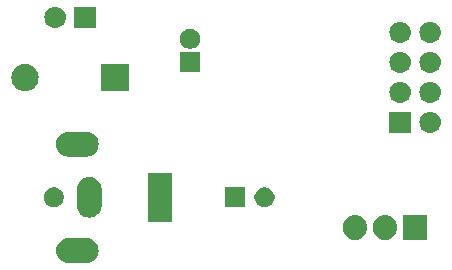
<source format=gbs>
G04 #@! TF.GenerationSoftware,KiCad,Pcbnew,5.0.2-bee76a0~70~ubuntu18.04.1*
G04 #@! TF.CreationDate,2019-03-13T17:32:59-07:00*
G04 #@! TF.ProjectId,shellbell,7368656c-6c62-4656-9c6c-2e6b69636164,rev?*
G04 #@! TF.SameCoordinates,Original*
G04 #@! TF.FileFunction,Soldermask,Bot*
G04 #@! TF.FilePolarity,Negative*
%FSLAX46Y46*%
G04 Gerber Fmt 4.6, Leading zero omitted, Abs format (unit mm)*
G04 Created by KiCad (PCBNEW 5.0.2-bee76a0~70~ubuntu18.04.1) date Wed 13 Mar 2019 05:32:59 PM PDT*
%MOMM*%
%LPD*%
G01*
G04 APERTURE LIST*
%ADD10C,0.100000*%
G04 APERTURE END LIST*
D10*
G36*
X144962510Y-88542041D02*
X145086032Y-88554207D01*
X145284146Y-88614305D01*
X145466729Y-88711897D01*
X145626765Y-88843235D01*
X145758103Y-89003271D01*
X145855695Y-89185854D01*
X145915793Y-89383968D01*
X145936085Y-89590000D01*
X145915793Y-89796032D01*
X145855695Y-89994146D01*
X145758103Y-90176729D01*
X145626765Y-90336765D01*
X145466729Y-90468103D01*
X145284146Y-90565695D01*
X145086032Y-90625793D01*
X144962510Y-90637959D01*
X144931631Y-90641000D01*
X143328369Y-90641000D01*
X143297490Y-90637959D01*
X143173968Y-90625793D01*
X142975854Y-90565695D01*
X142793271Y-90468103D01*
X142633235Y-90336765D01*
X142501897Y-90176729D01*
X142404305Y-89994146D01*
X142344207Y-89796032D01*
X142323915Y-89590000D01*
X142344207Y-89383968D01*
X142404305Y-89185854D01*
X142501897Y-89003271D01*
X142633235Y-88843235D01*
X142793271Y-88711897D01*
X142975854Y-88614305D01*
X143173968Y-88554207D01*
X143297490Y-88542041D01*
X143328369Y-88539000D01*
X144931631Y-88539000D01*
X144962510Y-88542041D01*
X144962510Y-88542041D01*
G37*
G36*
X167836720Y-86593520D02*
X168025881Y-86650901D01*
X168200212Y-86744083D01*
X168353015Y-86869485D01*
X168478417Y-87022288D01*
X168571599Y-87196620D01*
X168628980Y-87385781D01*
X168643500Y-87533207D01*
X168643500Y-87726794D01*
X168628980Y-87874220D01*
X168571599Y-88063381D01*
X168478417Y-88237712D01*
X168353015Y-88390515D01*
X168200212Y-88515917D01*
X168025880Y-88609099D01*
X167836719Y-88666480D01*
X167640000Y-88685855D01*
X167443280Y-88666480D01*
X167254119Y-88609099D01*
X167079788Y-88515917D01*
X166926985Y-88390515D01*
X166801583Y-88237712D01*
X166708401Y-88063380D01*
X166651020Y-87874219D01*
X166636500Y-87726793D01*
X166636500Y-87533206D01*
X166651020Y-87385780D01*
X166708401Y-87196619D01*
X166801583Y-87022288D01*
X166926985Y-86869485D01*
X167079788Y-86744083D01*
X167254120Y-86650901D01*
X167443281Y-86593520D01*
X167640000Y-86574145D01*
X167836720Y-86593520D01*
X167836720Y-86593520D01*
G37*
G36*
X170376720Y-86593520D02*
X170565881Y-86650901D01*
X170740212Y-86744083D01*
X170893015Y-86869485D01*
X171018417Y-87022288D01*
X171111599Y-87196620D01*
X171168980Y-87385781D01*
X171183500Y-87533207D01*
X171183500Y-87726794D01*
X171168980Y-87874220D01*
X171111599Y-88063381D01*
X171018417Y-88237712D01*
X170893015Y-88390515D01*
X170740212Y-88515917D01*
X170565880Y-88609099D01*
X170376719Y-88666480D01*
X170180000Y-88685855D01*
X169983280Y-88666480D01*
X169794119Y-88609099D01*
X169619788Y-88515917D01*
X169466985Y-88390515D01*
X169341583Y-88237712D01*
X169248401Y-88063380D01*
X169191020Y-87874219D01*
X169176500Y-87726793D01*
X169176500Y-87533206D01*
X169191020Y-87385780D01*
X169248401Y-87196619D01*
X169341583Y-87022288D01*
X169466985Y-86869485D01*
X169619788Y-86744083D01*
X169794120Y-86650901D01*
X169983281Y-86593520D01*
X170180000Y-86574145D01*
X170376720Y-86593520D01*
X170376720Y-86593520D01*
G37*
G36*
X173723500Y-88681000D02*
X171716500Y-88681000D01*
X171716500Y-86579000D01*
X173723500Y-86579000D01*
X173723500Y-88681000D01*
X173723500Y-88681000D01*
G37*
G36*
X152181000Y-87141000D02*
X150079000Y-87141000D01*
X150079000Y-83039000D01*
X152181000Y-83039000D01*
X152181000Y-87141000D01*
X152181000Y-87141000D01*
G37*
G36*
X145336032Y-83404207D02*
X145534146Y-83464305D01*
X145716729Y-83561897D01*
X145876765Y-83693235D01*
X146008103Y-83853271D01*
X146105695Y-84035854D01*
X146165793Y-84233968D01*
X146181000Y-84388370D01*
X146181000Y-85791630D01*
X146165793Y-85946032D01*
X146105695Y-86144146D01*
X146008103Y-86326729D01*
X146008101Y-86326731D01*
X145876768Y-86486762D01*
X145876766Y-86486763D01*
X145876765Y-86486765D01*
X145716729Y-86618103D01*
X145534145Y-86715695D01*
X145336031Y-86775793D01*
X145130000Y-86796085D01*
X144923968Y-86775793D01*
X144725854Y-86715695D01*
X144543271Y-86618103D01*
X144479257Y-86565568D01*
X144383238Y-86486768D01*
X144383237Y-86486766D01*
X144383235Y-86486765D01*
X144251897Y-86326729D01*
X144154305Y-86144145D01*
X144094207Y-85946031D01*
X144079000Y-85791629D01*
X144079000Y-84388369D01*
X144094207Y-84233972D01*
X144154306Y-84035852D01*
X144251899Y-83853269D01*
X144383236Y-83693235D01*
X144543270Y-83561899D01*
X144543272Y-83561897D01*
X144725855Y-83464305D01*
X144923969Y-83404207D01*
X145130000Y-83383915D01*
X145336032Y-83404207D01*
X145336032Y-83404207D01*
G37*
G36*
X160228228Y-84271703D02*
X160383100Y-84335853D01*
X160522481Y-84428985D01*
X160641015Y-84547519D01*
X160734147Y-84686900D01*
X160798297Y-84841772D01*
X160831000Y-85006184D01*
X160831000Y-85173816D01*
X160798297Y-85338228D01*
X160734147Y-85493100D01*
X160641015Y-85632481D01*
X160522481Y-85751015D01*
X160383100Y-85844147D01*
X160228228Y-85908297D01*
X160063816Y-85941000D01*
X159896184Y-85941000D01*
X159731772Y-85908297D01*
X159576900Y-85844147D01*
X159437519Y-85751015D01*
X159318985Y-85632481D01*
X159225853Y-85493100D01*
X159161703Y-85338228D01*
X159129000Y-85173816D01*
X159129000Y-85006184D01*
X159161703Y-84841772D01*
X159225853Y-84686900D01*
X159318985Y-84547519D01*
X159437519Y-84428985D01*
X159576900Y-84335853D01*
X159731772Y-84271703D01*
X159896184Y-84239000D01*
X160063816Y-84239000D01*
X160228228Y-84271703D01*
X160228228Y-84271703D01*
G37*
G36*
X158331000Y-85941000D02*
X156629000Y-85941000D01*
X156629000Y-84239000D01*
X158331000Y-84239000D01*
X158331000Y-85941000D01*
X158331000Y-85941000D01*
G37*
G36*
X142378228Y-84271703D02*
X142533100Y-84335853D01*
X142672481Y-84428985D01*
X142791015Y-84547519D01*
X142884147Y-84686900D01*
X142948297Y-84841772D01*
X142981000Y-85006184D01*
X142981000Y-85173816D01*
X142948297Y-85338228D01*
X142884147Y-85493100D01*
X142791015Y-85632481D01*
X142672481Y-85751015D01*
X142533100Y-85844147D01*
X142378228Y-85908297D01*
X142213816Y-85941000D01*
X142046184Y-85941000D01*
X141881772Y-85908297D01*
X141726900Y-85844147D01*
X141587519Y-85751015D01*
X141468985Y-85632481D01*
X141375853Y-85493100D01*
X141311703Y-85338228D01*
X141279000Y-85173816D01*
X141279000Y-85006184D01*
X141311703Y-84841772D01*
X141375853Y-84686900D01*
X141468985Y-84547519D01*
X141587519Y-84428985D01*
X141726900Y-84335853D01*
X141881772Y-84271703D01*
X142046184Y-84239000D01*
X142213816Y-84239000D01*
X142378228Y-84271703D01*
X142378228Y-84271703D01*
G37*
G36*
X144962510Y-79542041D02*
X145086032Y-79554207D01*
X145284146Y-79614305D01*
X145466729Y-79711897D01*
X145626765Y-79843235D01*
X145758103Y-80003271D01*
X145855695Y-80185854D01*
X145915793Y-80383968D01*
X145936085Y-80590000D01*
X145915793Y-80796032D01*
X145855695Y-80994146D01*
X145758103Y-81176729D01*
X145626765Y-81336765D01*
X145466729Y-81468103D01*
X145284146Y-81565695D01*
X145086032Y-81625793D01*
X144962510Y-81637959D01*
X144931631Y-81641000D01*
X143328369Y-81641000D01*
X143297490Y-81637959D01*
X143173968Y-81625793D01*
X142975854Y-81565695D01*
X142793271Y-81468103D01*
X142633235Y-81336765D01*
X142501897Y-81176729D01*
X142404305Y-80994146D01*
X142344207Y-80796032D01*
X142323915Y-80590000D01*
X142344207Y-80383968D01*
X142404305Y-80185854D01*
X142501897Y-80003271D01*
X142633235Y-79843235D01*
X142793271Y-79711897D01*
X142975854Y-79614305D01*
X143173968Y-79554207D01*
X143297490Y-79542041D01*
X143328369Y-79539000D01*
X144931631Y-79539000D01*
X144962510Y-79542041D01*
X144962510Y-79542041D01*
G37*
G36*
X174100443Y-77845519D02*
X174166627Y-77852037D01*
X174279853Y-77886384D01*
X174336467Y-77903557D01*
X174475087Y-77977652D01*
X174492991Y-77987222D01*
X174528729Y-78016552D01*
X174630186Y-78099814D01*
X174713448Y-78201271D01*
X174742778Y-78237009D01*
X174742779Y-78237011D01*
X174826443Y-78393533D01*
X174826443Y-78393534D01*
X174877963Y-78563373D01*
X174895359Y-78740000D01*
X174877963Y-78916627D01*
X174843616Y-79029853D01*
X174826443Y-79086467D01*
X174752348Y-79225087D01*
X174742778Y-79242991D01*
X174713448Y-79278729D01*
X174630186Y-79380186D01*
X174528729Y-79463448D01*
X174492991Y-79492778D01*
X174492989Y-79492779D01*
X174336467Y-79576443D01*
X174279853Y-79593616D01*
X174166627Y-79627963D01*
X174100442Y-79634482D01*
X174034260Y-79641000D01*
X173945740Y-79641000D01*
X173879558Y-79634482D01*
X173813373Y-79627963D01*
X173700147Y-79593616D01*
X173643533Y-79576443D01*
X173487011Y-79492779D01*
X173487009Y-79492778D01*
X173451271Y-79463448D01*
X173349814Y-79380186D01*
X173266552Y-79278729D01*
X173237222Y-79242991D01*
X173227652Y-79225087D01*
X173153557Y-79086467D01*
X173136384Y-79029853D01*
X173102037Y-78916627D01*
X173084641Y-78740000D01*
X173102037Y-78563373D01*
X173153557Y-78393534D01*
X173153557Y-78393533D01*
X173237221Y-78237011D01*
X173237222Y-78237009D01*
X173266552Y-78201271D01*
X173349814Y-78099814D01*
X173451271Y-78016552D01*
X173487009Y-77987222D01*
X173504913Y-77977652D01*
X173643533Y-77903557D01*
X173700147Y-77886384D01*
X173813373Y-77852037D01*
X173879557Y-77845519D01*
X173945740Y-77839000D01*
X174034260Y-77839000D01*
X174100443Y-77845519D01*
X174100443Y-77845519D01*
G37*
G36*
X172351000Y-79641000D02*
X170549000Y-79641000D01*
X170549000Y-77839000D01*
X172351000Y-77839000D01*
X172351000Y-79641000D01*
X172351000Y-79641000D01*
G37*
G36*
X171560442Y-75305518D02*
X171626627Y-75312037D01*
X171739853Y-75346384D01*
X171796467Y-75363557D01*
X171935087Y-75437652D01*
X171952991Y-75447222D01*
X171988729Y-75476552D01*
X172090186Y-75559814D01*
X172173448Y-75661271D01*
X172202778Y-75697009D01*
X172202779Y-75697011D01*
X172286443Y-75853533D01*
X172286443Y-75853534D01*
X172337963Y-76023373D01*
X172355359Y-76200000D01*
X172337963Y-76376627D01*
X172303616Y-76489853D01*
X172286443Y-76546467D01*
X172212348Y-76685087D01*
X172202778Y-76702991D01*
X172173448Y-76738729D01*
X172090186Y-76840186D01*
X171988729Y-76923448D01*
X171952991Y-76952778D01*
X171952989Y-76952779D01*
X171796467Y-77036443D01*
X171739853Y-77053616D01*
X171626627Y-77087963D01*
X171560442Y-77094482D01*
X171494260Y-77101000D01*
X171405740Y-77101000D01*
X171339558Y-77094482D01*
X171273373Y-77087963D01*
X171160147Y-77053616D01*
X171103533Y-77036443D01*
X170947011Y-76952779D01*
X170947009Y-76952778D01*
X170911271Y-76923448D01*
X170809814Y-76840186D01*
X170726552Y-76738729D01*
X170697222Y-76702991D01*
X170687652Y-76685087D01*
X170613557Y-76546467D01*
X170596384Y-76489853D01*
X170562037Y-76376627D01*
X170544641Y-76200000D01*
X170562037Y-76023373D01*
X170613557Y-75853534D01*
X170613557Y-75853533D01*
X170697221Y-75697011D01*
X170697222Y-75697009D01*
X170726552Y-75661271D01*
X170809814Y-75559814D01*
X170911271Y-75476552D01*
X170947009Y-75447222D01*
X170964913Y-75437652D01*
X171103533Y-75363557D01*
X171160147Y-75346384D01*
X171273373Y-75312037D01*
X171339558Y-75305518D01*
X171405740Y-75299000D01*
X171494260Y-75299000D01*
X171560442Y-75305518D01*
X171560442Y-75305518D01*
G37*
G36*
X174100442Y-75305518D02*
X174166627Y-75312037D01*
X174279853Y-75346384D01*
X174336467Y-75363557D01*
X174475087Y-75437652D01*
X174492991Y-75447222D01*
X174528729Y-75476552D01*
X174630186Y-75559814D01*
X174713448Y-75661271D01*
X174742778Y-75697009D01*
X174742779Y-75697011D01*
X174826443Y-75853533D01*
X174826443Y-75853534D01*
X174877963Y-76023373D01*
X174895359Y-76200000D01*
X174877963Y-76376627D01*
X174843616Y-76489853D01*
X174826443Y-76546467D01*
X174752348Y-76685087D01*
X174742778Y-76702991D01*
X174713448Y-76738729D01*
X174630186Y-76840186D01*
X174528729Y-76923448D01*
X174492991Y-76952778D01*
X174492989Y-76952779D01*
X174336467Y-77036443D01*
X174279853Y-77053616D01*
X174166627Y-77087963D01*
X174100442Y-77094482D01*
X174034260Y-77101000D01*
X173945740Y-77101000D01*
X173879558Y-77094482D01*
X173813373Y-77087963D01*
X173700147Y-77053616D01*
X173643533Y-77036443D01*
X173487011Y-76952779D01*
X173487009Y-76952778D01*
X173451271Y-76923448D01*
X173349814Y-76840186D01*
X173266552Y-76738729D01*
X173237222Y-76702991D01*
X173227652Y-76685087D01*
X173153557Y-76546467D01*
X173136384Y-76489853D01*
X173102037Y-76376627D01*
X173084641Y-76200000D01*
X173102037Y-76023373D01*
X173153557Y-75853534D01*
X173153557Y-75853533D01*
X173237221Y-75697011D01*
X173237222Y-75697009D01*
X173266552Y-75661271D01*
X173349814Y-75559814D01*
X173451271Y-75476552D01*
X173487009Y-75447222D01*
X173504913Y-75437652D01*
X173643533Y-75363557D01*
X173700147Y-75346384D01*
X173813373Y-75312037D01*
X173879558Y-75305518D01*
X173945740Y-75299000D01*
X174034260Y-75299000D01*
X174100442Y-75305518D01*
X174100442Y-75305518D01*
G37*
G36*
X139824180Y-73785662D02*
X139925635Y-73795654D01*
X140142600Y-73861470D01*
X140142602Y-73861471D01*
X140142605Y-73861472D01*
X140342556Y-73968347D01*
X140517818Y-74112182D01*
X140661653Y-74287444D01*
X140768528Y-74487395D01*
X140768529Y-74487398D01*
X140768530Y-74487400D01*
X140834346Y-74704365D01*
X140856569Y-74930000D01*
X140834346Y-75155635D01*
X140771273Y-75363557D01*
X140768528Y-75372605D01*
X140661653Y-75572556D01*
X140517818Y-75747818D01*
X140342556Y-75891653D01*
X140142605Y-75998528D01*
X140142602Y-75998529D01*
X140142600Y-75998530D01*
X139925635Y-76064346D01*
X139824180Y-76074338D01*
X139756545Y-76081000D01*
X139643455Y-76081000D01*
X139575820Y-76074338D01*
X139474365Y-76064346D01*
X139257400Y-75998530D01*
X139257398Y-75998529D01*
X139257395Y-75998528D01*
X139057444Y-75891653D01*
X138882182Y-75747818D01*
X138738347Y-75572556D01*
X138631472Y-75372605D01*
X138628727Y-75363557D01*
X138565654Y-75155635D01*
X138543431Y-74930000D01*
X138565654Y-74704365D01*
X138631470Y-74487400D01*
X138631471Y-74487398D01*
X138631472Y-74487395D01*
X138738347Y-74287444D01*
X138882182Y-74112182D01*
X139057444Y-73968347D01*
X139257395Y-73861472D01*
X139257398Y-73861471D01*
X139257400Y-73861470D01*
X139474365Y-73795654D01*
X139575820Y-73785662D01*
X139643455Y-73779000D01*
X139756545Y-73779000D01*
X139824180Y-73785662D01*
X139824180Y-73785662D01*
G37*
G36*
X148471000Y-76081000D02*
X146169000Y-76081000D01*
X146169000Y-73779000D01*
X148471000Y-73779000D01*
X148471000Y-76081000D01*
X148471000Y-76081000D01*
G37*
G36*
X174100442Y-72765518D02*
X174166627Y-72772037D01*
X174279853Y-72806384D01*
X174336467Y-72823557D01*
X174475087Y-72897652D01*
X174492991Y-72907222D01*
X174528729Y-72936552D01*
X174630186Y-73019814D01*
X174713448Y-73121271D01*
X174742778Y-73157009D01*
X174742779Y-73157011D01*
X174826443Y-73313533D01*
X174826443Y-73313534D01*
X174877963Y-73483373D01*
X174895359Y-73660000D01*
X174877963Y-73836627D01*
X174870426Y-73861472D01*
X174826443Y-74006467D01*
X174769936Y-74112182D01*
X174742778Y-74162991D01*
X174713448Y-74198729D01*
X174630186Y-74300186D01*
X174528729Y-74383448D01*
X174492991Y-74412778D01*
X174492989Y-74412779D01*
X174336467Y-74496443D01*
X174288478Y-74511000D01*
X174166627Y-74547963D01*
X174100442Y-74554482D01*
X174034260Y-74561000D01*
X173945740Y-74561000D01*
X173879558Y-74554482D01*
X173813373Y-74547963D01*
X173691522Y-74511000D01*
X173643533Y-74496443D01*
X173487011Y-74412779D01*
X173487009Y-74412778D01*
X173451271Y-74383448D01*
X173349814Y-74300186D01*
X173266552Y-74198729D01*
X173237222Y-74162991D01*
X173210064Y-74112182D01*
X173153557Y-74006467D01*
X173109574Y-73861472D01*
X173102037Y-73836627D01*
X173084641Y-73660000D01*
X173102037Y-73483373D01*
X173153557Y-73313534D01*
X173153557Y-73313533D01*
X173237221Y-73157011D01*
X173237222Y-73157009D01*
X173266552Y-73121271D01*
X173349814Y-73019814D01*
X173451271Y-72936552D01*
X173487009Y-72907222D01*
X173504913Y-72897652D01*
X173643533Y-72823557D01*
X173700147Y-72806384D01*
X173813373Y-72772037D01*
X173879558Y-72765518D01*
X173945740Y-72759000D01*
X174034260Y-72759000D01*
X174100442Y-72765518D01*
X174100442Y-72765518D01*
G37*
G36*
X171560442Y-72765518D02*
X171626627Y-72772037D01*
X171739853Y-72806384D01*
X171796467Y-72823557D01*
X171935087Y-72897652D01*
X171952991Y-72907222D01*
X171988729Y-72936552D01*
X172090186Y-73019814D01*
X172173448Y-73121271D01*
X172202778Y-73157009D01*
X172202779Y-73157011D01*
X172286443Y-73313533D01*
X172286443Y-73313534D01*
X172337963Y-73483373D01*
X172355359Y-73660000D01*
X172337963Y-73836627D01*
X172330426Y-73861472D01*
X172286443Y-74006467D01*
X172229936Y-74112182D01*
X172202778Y-74162991D01*
X172173448Y-74198729D01*
X172090186Y-74300186D01*
X171988729Y-74383448D01*
X171952991Y-74412778D01*
X171952989Y-74412779D01*
X171796467Y-74496443D01*
X171748478Y-74511000D01*
X171626627Y-74547963D01*
X171560442Y-74554482D01*
X171494260Y-74561000D01*
X171405740Y-74561000D01*
X171339558Y-74554482D01*
X171273373Y-74547963D01*
X171151522Y-74511000D01*
X171103533Y-74496443D01*
X170947011Y-74412779D01*
X170947009Y-74412778D01*
X170911271Y-74383448D01*
X170809814Y-74300186D01*
X170726552Y-74198729D01*
X170697222Y-74162991D01*
X170670064Y-74112182D01*
X170613557Y-74006467D01*
X170569574Y-73861472D01*
X170562037Y-73836627D01*
X170544641Y-73660000D01*
X170562037Y-73483373D01*
X170613557Y-73313534D01*
X170613557Y-73313533D01*
X170697221Y-73157011D01*
X170697222Y-73157009D01*
X170726552Y-73121271D01*
X170809814Y-73019814D01*
X170911271Y-72936552D01*
X170947009Y-72907222D01*
X170964913Y-72897652D01*
X171103533Y-72823557D01*
X171160147Y-72806384D01*
X171273373Y-72772037D01*
X171339558Y-72765518D01*
X171405740Y-72759000D01*
X171494260Y-72759000D01*
X171560442Y-72765518D01*
X171560442Y-72765518D01*
G37*
G36*
X154521000Y-74511000D02*
X152819000Y-74511000D01*
X152819000Y-72809000D01*
X154521000Y-72809000D01*
X154521000Y-74511000D01*
X154521000Y-74511000D01*
G37*
G36*
X153918228Y-70841703D02*
X154073100Y-70905853D01*
X154212481Y-70998985D01*
X154331015Y-71117519D01*
X154424147Y-71256900D01*
X154488297Y-71411772D01*
X154521000Y-71576184D01*
X154521000Y-71743816D01*
X154488297Y-71908228D01*
X154424147Y-72063100D01*
X154331015Y-72202481D01*
X154212481Y-72321015D01*
X154073100Y-72414147D01*
X153918228Y-72478297D01*
X153753816Y-72511000D01*
X153586184Y-72511000D01*
X153421772Y-72478297D01*
X153266900Y-72414147D01*
X153127519Y-72321015D01*
X153008985Y-72202481D01*
X152915853Y-72063100D01*
X152851703Y-71908228D01*
X152819000Y-71743816D01*
X152819000Y-71576184D01*
X152851703Y-71411772D01*
X152915853Y-71256900D01*
X153008985Y-71117519D01*
X153127519Y-70998985D01*
X153266900Y-70905853D01*
X153421772Y-70841703D01*
X153586184Y-70809000D01*
X153753816Y-70809000D01*
X153918228Y-70841703D01*
X153918228Y-70841703D01*
G37*
G36*
X174100442Y-70225518D02*
X174166627Y-70232037D01*
X174279853Y-70266384D01*
X174336467Y-70283557D01*
X174466363Y-70352989D01*
X174492991Y-70367222D01*
X174528729Y-70396552D01*
X174630186Y-70479814D01*
X174713448Y-70581271D01*
X174742778Y-70617009D01*
X174742779Y-70617011D01*
X174826443Y-70773533D01*
X174843616Y-70830147D01*
X174877963Y-70943373D01*
X174895359Y-71120000D01*
X174877963Y-71296627D01*
X174843616Y-71409853D01*
X174826443Y-71466467D01*
X174767797Y-71576184D01*
X174742778Y-71622991D01*
X174713448Y-71658729D01*
X174630186Y-71760186D01*
X174528729Y-71843448D01*
X174492991Y-71872778D01*
X174492989Y-71872779D01*
X174336467Y-71956443D01*
X174279853Y-71973616D01*
X174166627Y-72007963D01*
X174100443Y-72014481D01*
X174034260Y-72021000D01*
X173945740Y-72021000D01*
X173879557Y-72014481D01*
X173813373Y-72007963D01*
X173700147Y-71973616D01*
X173643533Y-71956443D01*
X173487011Y-71872779D01*
X173487009Y-71872778D01*
X173451271Y-71843448D01*
X173349814Y-71760186D01*
X173266552Y-71658729D01*
X173237222Y-71622991D01*
X173212203Y-71576184D01*
X173153557Y-71466467D01*
X173136384Y-71409853D01*
X173102037Y-71296627D01*
X173084641Y-71120000D01*
X173102037Y-70943373D01*
X173136384Y-70830147D01*
X173153557Y-70773533D01*
X173237221Y-70617011D01*
X173237222Y-70617009D01*
X173266552Y-70581271D01*
X173349814Y-70479814D01*
X173451271Y-70396552D01*
X173487009Y-70367222D01*
X173513637Y-70352989D01*
X173643533Y-70283557D01*
X173700147Y-70266384D01*
X173813373Y-70232037D01*
X173879558Y-70225518D01*
X173945740Y-70219000D01*
X174034260Y-70219000D01*
X174100442Y-70225518D01*
X174100442Y-70225518D01*
G37*
G36*
X171560442Y-70225518D02*
X171626627Y-70232037D01*
X171739853Y-70266384D01*
X171796467Y-70283557D01*
X171926363Y-70352989D01*
X171952991Y-70367222D01*
X171988729Y-70396552D01*
X172090186Y-70479814D01*
X172173448Y-70581271D01*
X172202778Y-70617009D01*
X172202779Y-70617011D01*
X172286443Y-70773533D01*
X172303616Y-70830147D01*
X172337963Y-70943373D01*
X172355359Y-71120000D01*
X172337963Y-71296627D01*
X172303616Y-71409853D01*
X172286443Y-71466467D01*
X172227797Y-71576184D01*
X172202778Y-71622991D01*
X172173448Y-71658729D01*
X172090186Y-71760186D01*
X171988729Y-71843448D01*
X171952991Y-71872778D01*
X171952989Y-71872779D01*
X171796467Y-71956443D01*
X171739853Y-71973616D01*
X171626627Y-72007963D01*
X171560443Y-72014481D01*
X171494260Y-72021000D01*
X171405740Y-72021000D01*
X171339557Y-72014481D01*
X171273373Y-72007963D01*
X171160147Y-71973616D01*
X171103533Y-71956443D01*
X170947011Y-71872779D01*
X170947009Y-71872778D01*
X170911271Y-71843448D01*
X170809814Y-71760186D01*
X170726552Y-71658729D01*
X170697222Y-71622991D01*
X170672203Y-71576184D01*
X170613557Y-71466467D01*
X170596384Y-71409853D01*
X170562037Y-71296627D01*
X170544641Y-71120000D01*
X170562037Y-70943373D01*
X170596384Y-70830147D01*
X170613557Y-70773533D01*
X170697221Y-70617011D01*
X170697222Y-70617009D01*
X170726552Y-70581271D01*
X170809814Y-70479814D01*
X170911271Y-70396552D01*
X170947009Y-70367222D01*
X170973637Y-70352989D01*
X171103533Y-70283557D01*
X171160147Y-70266384D01*
X171273373Y-70232037D01*
X171339558Y-70225518D01*
X171405740Y-70219000D01*
X171494260Y-70219000D01*
X171560442Y-70225518D01*
X171560442Y-70225518D01*
G37*
G36*
X145681000Y-70751000D02*
X143879000Y-70751000D01*
X143879000Y-68949000D01*
X145681000Y-68949000D01*
X145681000Y-70751000D01*
X145681000Y-70751000D01*
G37*
G36*
X142350443Y-68955519D02*
X142416627Y-68962037D01*
X142529853Y-68996384D01*
X142586467Y-69013557D01*
X142725087Y-69087652D01*
X142742991Y-69097222D01*
X142778729Y-69126552D01*
X142880186Y-69209814D01*
X142963448Y-69311271D01*
X142992778Y-69347009D01*
X142992779Y-69347011D01*
X143076443Y-69503533D01*
X143076443Y-69503534D01*
X143127963Y-69673373D01*
X143145359Y-69850000D01*
X143127963Y-70026627D01*
X143093616Y-70139853D01*
X143076443Y-70196467D01*
X143057430Y-70232037D01*
X142992778Y-70352991D01*
X142963448Y-70388729D01*
X142880186Y-70490186D01*
X142778729Y-70573448D01*
X142742991Y-70602778D01*
X142742989Y-70602779D01*
X142586467Y-70686443D01*
X142529853Y-70703616D01*
X142416627Y-70737963D01*
X142350443Y-70744481D01*
X142284260Y-70751000D01*
X142195740Y-70751000D01*
X142129557Y-70744481D01*
X142063373Y-70737963D01*
X141950147Y-70703616D01*
X141893533Y-70686443D01*
X141737011Y-70602779D01*
X141737009Y-70602778D01*
X141701271Y-70573448D01*
X141599814Y-70490186D01*
X141516552Y-70388729D01*
X141487222Y-70352991D01*
X141422570Y-70232037D01*
X141403557Y-70196467D01*
X141386384Y-70139853D01*
X141352037Y-70026627D01*
X141334641Y-69850000D01*
X141352037Y-69673373D01*
X141403557Y-69503534D01*
X141403557Y-69503533D01*
X141487221Y-69347011D01*
X141487222Y-69347009D01*
X141516552Y-69311271D01*
X141599814Y-69209814D01*
X141701271Y-69126552D01*
X141737009Y-69097222D01*
X141754913Y-69087652D01*
X141893533Y-69013557D01*
X141950147Y-68996384D01*
X142063373Y-68962037D01*
X142129557Y-68955519D01*
X142195740Y-68949000D01*
X142284260Y-68949000D01*
X142350443Y-68955519D01*
X142350443Y-68955519D01*
G37*
M02*

</source>
